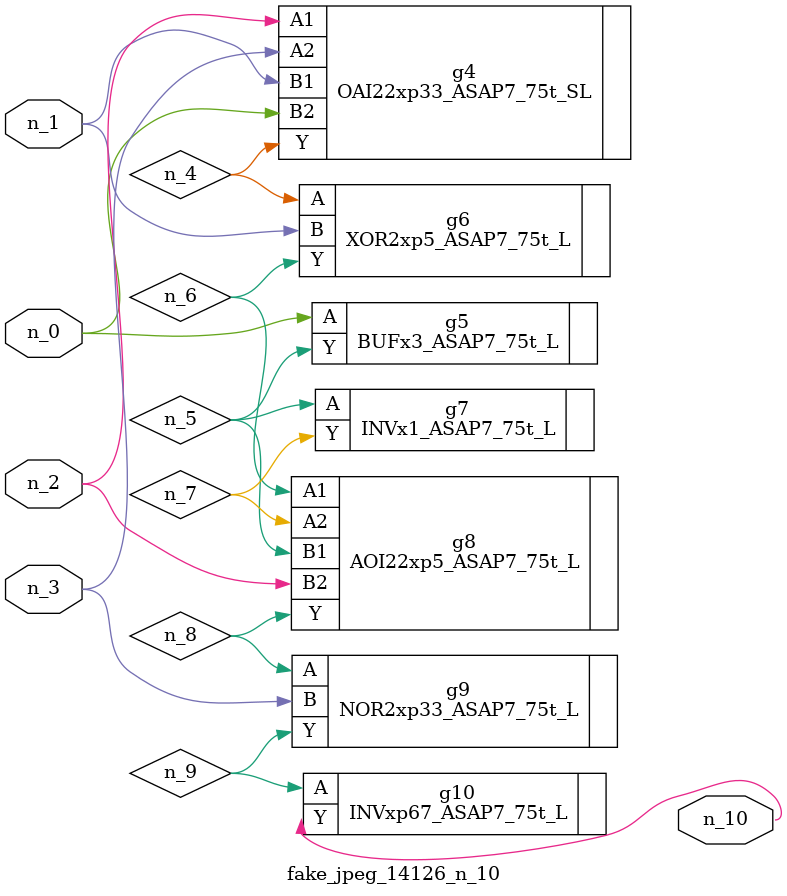
<source format=v>
module fake_jpeg_14126_n_10 (n_0, n_3, n_2, n_1, n_10);

input n_0;
input n_3;
input n_2;
input n_1;

output n_10;

wire n_4;
wire n_8;
wire n_9;
wire n_6;
wire n_5;
wire n_7;

OAI22xp33_ASAP7_75t_SL g4 ( 
.A1(n_2),
.A2(n_3),
.B1(n_1),
.B2(n_0),
.Y(n_4)
);

BUFx3_ASAP7_75t_L g5 ( 
.A(n_0),
.Y(n_5)
);

XOR2xp5_ASAP7_75t_L g6 ( 
.A(n_4),
.B(n_1),
.Y(n_6)
);

AOI22xp5_ASAP7_75t_L g8 ( 
.A1(n_6),
.A2(n_7),
.B1(n_5),
.B2(n_2),
.Y(n_8)
);

INVx1_ASAP7_75t_L g7 ( 
.A(n_5),
.Y(n_7)
);

NOR2xp33_ASAP7_75t_L g9 ( 
.A(n_8),
.B(n_3),
.Y(n_9)
);

INVxp67_ASAP7_75t_L g10 ( 
.A(n_9),
.Y(n_10)
);


endmodule
</source>
